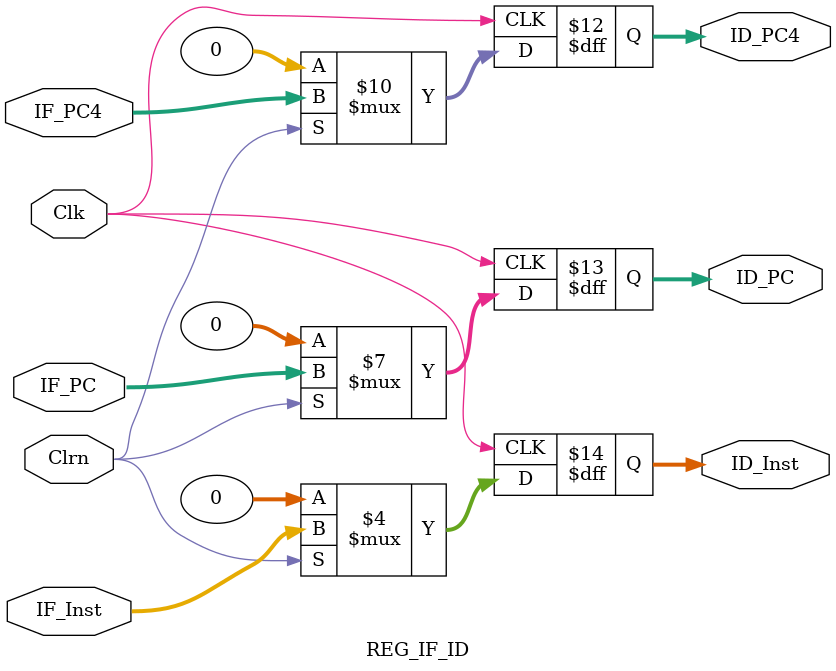
<source format=v>
`timescale 1ns / 1ps

module REG_IF_ID (
    input Clk,                        // Clock signal
    input Clrn,                       // Synchronous clear (active low)
    input [31:0] IF_PC4,              // PC + 4 from IF stage
    input [31:0] IF_PC,               // PC from IF stage
    input [31:0] IF_Inst,             // Instruction from IF stage
    output reg [31:0] ID_PC4,         // PC + 4 to ID stage
    output reg [31:0] ID_PC,          // PC to ID stage
    output reg [31:0] ID_Inst         // Instruction to ID stage
);

    // Asynchronous reset and synchronous update on negative edge of clock
    always @(negedge Clk) begin
        if (!Clrn) begin
            ID_PC4  <= 32'h0;
            ID_PC   <= 32'h0;
            ID_Inst <= 32'h0;
        end
        else begin
            ID_PC4  <= IF_PC4;
            ID_PC   <= IF_PC;
            ID_Inst <= IF_Inst;
        end
    end

endmodule
</source>
